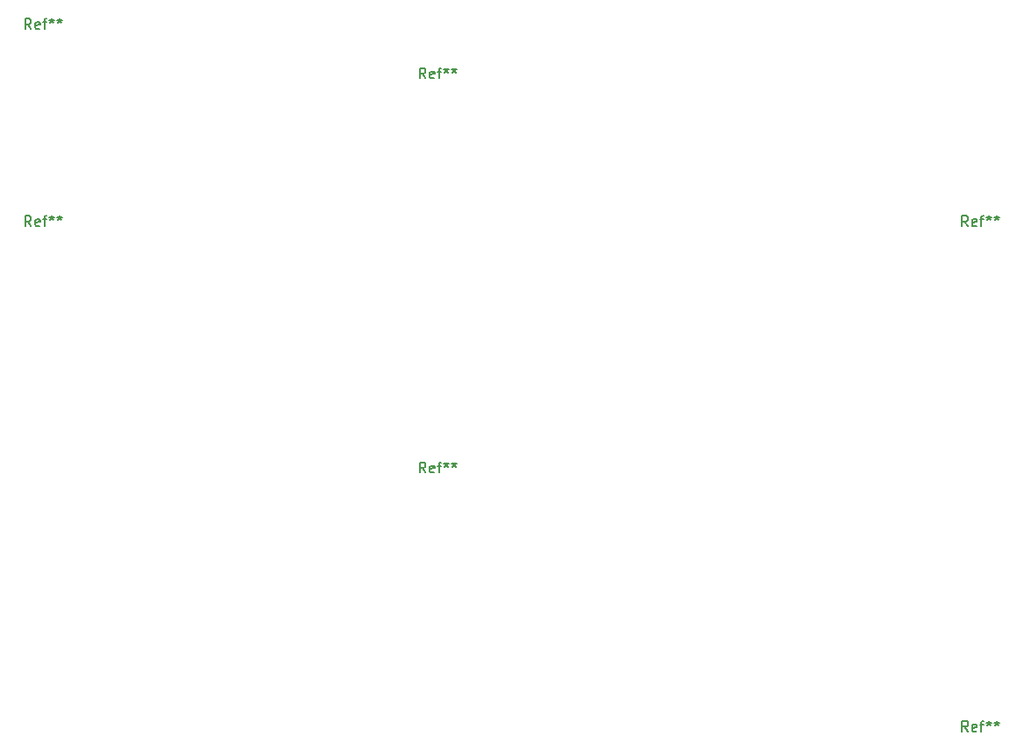
<source format=gto>
%TF.GenerationSoftware,KiCad,Pcbnew,(7.0.0)*%
%TF.CreationDate,2023-04-27T20:39:39+09:00*%
%TF.ProjectId,topplate_l,746f7070-6c61-4746-955f-6c2e6b696361,rev?*%
%TF.SameCoordinates,Original*%
%TF.FileFunction,Legend,Top*%
%TF.FilePolarity,Positive*%
%FSLAX46Y46*%
G04 Gerber Fmt 4.6, Leading zero omitted, Abs format (unit mm)*
G04 Created by KiCad (PCBNEW (7.0.0)) date 2023-04-27 20:39:39*
%MOMM*%
%LPD*%
G01*
G04 APERTURE LIST*
%ADD10C,0.150000*%
G04 APERTURE END LIST*
D10*
%TO.C,Ref\u002A\u002A*%
X75033332Y-46111130D02*
X74699999Y-45634940D01*
X74461904Y-46111130D02*
X74461904Y-45111130D01*
X74461904Y-45111130D02*
X74842856Y-45111130D01*
X74842856Y-45111130D02*
X74938094Y-45158750D01*
X74938094Y-45158750D02*
X74985713Y-45206369D01*
X74985713Y-45206369D02*
X75033332Y-45301607D01*
X75033332Y-45301607D02*
X75033332Y-45444464D01*
X75033332Y-45444464D02*
X74985713Y-45539702D01*
X74985713Y-45539702D02*
X74938094Y-45587321D01*
X74938094Y-45587321D02*
X74842856Y-45634940D01*
X74842856Y-45634940D02*
X74461904Y-45634940D01*
X75842856Y-46063511D02*
X75747618Y-46111130D01*
X75747618Y-46111130D02*
X75557142Y-46111130D01*
X75557142Y-46111130D02*
X75461904Y-46063511D01*
X75461904Y-46063511D02*
X75414285Y-45968273D01*
X75414285Y-45968273D02*
X75414285Y-45587321D01*
X75414285Y-45587321D02*
X75461904Y-45492083D01*
X75461904Y-45492083D02*
X75557142Y-45444464D01*
X75557142Y-45444464D02*
X75747618Y-45444464D01*
X75747618Y-45444464D02*
X75842856Y-45492083D01*
X75842856Y-45492083D02*
X75890475Y-45587321D01*
X75890475Y-45587321D02*
X75890475Y-45682559D01*
X75890475Y-45682559D02*
X75414285Y-45777797D01*
X76176190Y-45444464D02*
X76557142Y-45444464D01*
X76319047Y-46111130D02*
X76319047Y-45253988D01*
X76319047Y-45253988D02*
X76366666Y-45158750D01*
X76366666Y-45158750D02*
X76461904Y-45111130D01*
X76461904Y-45111130D02*
X76557142Y-45111130D01*
X77033333Y-45111130D02*
X77033333Y-45349226D01*
X76795238Y-45253988D02*
X77033333Y-45349226D01*
X77033333Y-45349226D02*
X77271428Y-45253988D01*
X76890476Y-45539702D02*
X77033333Y-45349226D01*
X77033333Y-45349226D02*
X77176190Y-45539702D01*
X77795238Y-45111130D02*
X77795238Y-45349226D01*
X77557143Y-45253988D02*
X77795238Y-45349226D01*
X77795238Y-45349226D02*
X78033333Y-45253988D01*
X77652381Y-45539702D02*
X77795238Y-45349226D01*
X77795238Y-45349226D02*
X77938095Y-45539702D01*
X127420832Y-60398630D02*
X127087499Y-59922440D01*
X126849404Y-60398630D02*
X126849404Y-59398630D01*
X126849404Y-59398630D02*
X127230356Y-59398630D01*
X127230356Y-59398630D02*
X127325594Y-59446250D01*
X127325594Y-59446250D02*
X127373213Y-59493869D01*
X127373213Y-59493869D02*
X127420832Y-59589107D01*
X127420832Y-59589107D02*
X127420832Y-59731964D01*
X127420832Y-59731964D02*
X127373213Y-59827202D01*
X127373213Y-59827202D02*
X127325594Y-59874821D01*
X127325594Y-59874821D02*
X127230356Y-59922440D01*
X127230356Y-59922440D02*
X126849404Y-59922440D01*
X128230356Y-60351011D02*
X128135118Y-60398630D01*
X128135118Y-60398630D02*
X127944642Y-60398630D01*
X127944642Y-60398630D02*
X127849404Y-60351011D01*
X127849404Y-60351011D02*
X127801785Y-60255773D01*
X127801785Y-60255773D02*
X127801785Y-59874821D01*
X127801785Y-59874821D02*
X127849404Y-59779583D01*
X127849404Y-59779583D02*
X127944642Y-59731964D01*
X127944642Y-59731964D02*
X128135118Y-59731964D01*
X128135118Y-59731964D02*
X128230356Y-59779583D01*
X128230356Y-59779583D02*
X128277975Y-59874821D01*
X128277975Y-59874821D02*
X128277975Y-59970059D01*
X128277975Y-59970059D02*
X127801785Y-60065297D01*
X128563690Y-59731964D02*
X128944642Y-59731964D01*
X128706547Y-60398630D02*
X128706547Y-59541488D01*
X128706547Y-59541488D02*
X128754166Y-59446250D01*
X128754166Y-59446250D02*
X128849404Y-59398630D01*
X128849404Y-59398630D02*
X128944642Y-59398630D01*
X129420833Y-59398630D02*
X129420833Y-59636726D01*
X129182738Y-59541488D02*
X129420833Y-59636726D01*
X129420833Y-59636726D02*
X129658928Y-59541488D01*
X129277976Y-59827202D02*
X129420833Y-59636726D01*
X129420833Y-59636726D02*
X129563690Y-59827202D01*
X130182738Y-59398630D02*
X130182738Y-59636726D01*
X129944643Y-59541488D02*
X130182738Y-59636726D01*
X130182738Y-59636726D02*
X130420833Y-59541488D01*
X130039881Y-59827202D02*
X130182738Y-59636726D01*
X130182738Y-59636726D02*
X130325595Y-59827202D01*
X36933332Y-60398630D02*
X36599999Y-59922440D01*
X36361904Y-60398630D02*
X36361904Y-59398630D01*
X36361904Y-59398630D02*
X36742856Y-59398630D01*
X36742856Y-59398630D02*
X36838094Y-59446250D01*
X36838094Y-59446250D02*
X36885713Y-59493869D01*
X36885713Y-59493869D02*
X36933332Y-59589107D01*
X36933332Y-59589107D02*
X36933332Y-59731964D01*
X36933332Y-59731964D02*
X36885713Y-59827202D01*
X36885713Y-59827202D02*
X36838094Y-59874821D01*
X36838094Y-59874821D02*
X36742856Y-59922440D01*
X36742856Y-59922440D02*
X36361904Y-59922440D01*
X37742856Y-60351011D02*
X37647618Y-60398630D01*
X37647618Y-60398630D02*
X37457142Y-60398630D01*
X37457142Y-60398630D02*
X37361904Y-60351011D01*
X37361904Y-60351011D02*
X37314285Y-60255773D01*
X37314285Y-60255773D02*
X37314285Y-59874821D01*
X37314285Y-59874821D02*
X37361904Y-59779583D01*
X37361904Y-59779583D02*
X37457142Y-59731964D01*
X37457142Y-59731964D02*
X37647618Y-59731964D01*
X37647618Y-59731964D02*
X37742856Y-59779583D01*
X37742856Y-59779583D02*
X37790475Y-59874821D01*
X37790475Y-59874821D02*
X37790475Y-59970059D01*
X37790475Y-59970059D02*
X37314285Y-60065297D01*
X38076190Y-59731964D02*
X38457142Y-59731964D01*
X38219047Y-60398630D02*
X38219047Y-59541488D01*
X38219047Y-59541488D02*
X38266666Y-59446250D01*
X38266666Y-59446250D02*
X38361904Y-59398630D01*
X38361904Y-59398630D02*
X38457142Y-59398630D01*
X38933333Y-59398630D02*
X38933333Y-59636726D01*
X38695238Y-59541488D02*
X38933333Y-59636726D01*
X38933333Y-59636726D02*
X39171428Y-59541488D01*
X38790476Y-59827202D02*
X38933333Y-59636726D01*
X38933333Y-59636726D02*
X39076190Y-59827202D01*
X39695238Y-59398630D02*
X39695238Y-59636726D01*
X39457143Y-59541488D02*
X39695238Y-59636726D01*
X39695238Y-59636726D02*
X39933333Y-59541488D01*
X39552381Y-59827202D02*
X39695238Y-59636726D01*
X39695238Y-59636726D02*
X39838095Y-59827202D01*
X36933332Y-41348630D02*
X36599999Y-40872440D01*
X36361904Y-41348630D02*
X36361904Y-40348630D01*
X36361904Y-40348630D02*
X36742856Y-40348630D01*
X36742856Y-40348630D02*
X36838094Y-40396250D01*
X36838094Y-40396250D02*
X36885713Y-40443869D01*
X36885713Y-40443869D02*
X36933332Y-40539107D01*
X36933332Y-40539107D02*
X36933332Y-40681964D01*
X36933332Y-40681964D02*
X36885713Y-40777202D01*
X36885713Y-40777202D02*
X36838094Y-40824821D01*
X36838094Y-40824821D02*
X36742856Y-40872440D01*
X36742856Y-40872440D02*
X36361904Y-40872440D01*
X37742856Y-41301011D02*
X37647618Y-41348630D01*
X37647618Y-41348630D02*
X37457142Y-41348630D01*
X37457142Y-41348630D02*
X37361904Y-41301011D01*
X37361904Y-41301011D02*
X37314285Y-41205773D01*
X37314285Y-41205773D02*
X37314285Y-40824821D01*
X37314285Y-40824821D02*
X37361904Y-40729583D01*
X37361904Y-40729583D02*
X37457142Y-40681964D01*
X37457142Y-40681964D02*
X37647618Y-40681964D01*
X37647618Y-40681964D02*
X37742856Y-40729583D01*
X37742856Y-40729583D02*
X37790475Y-40824821D01*
X37790475Y-40824821D02*
X37790475Y-40920059D01*
X37790475Y-40920059D02*
X37314285Y-41015297D01*
X38076190Y-40681964D02*
X38457142Y-40681964D01*
X38219047Y-41348630D02*
X38219047Y-40491488D01*
X38219047Y-40491488D02*
X38266666Y-40396250D01*
X38266666Y-40396250D02*
X38361904Y-40348630D01*
X38361904Y-40348630D02*
X38457142Y-40348630D01*
X38933333Y-40348630D02*
X38933333Y-40586726D01*
X38695238Y-40491488D02*
X38933333Y-40586726D01*
X38933333Y-40586726D02*
X39171428Y-40491488D01*
X38790476Y-40777202D02*
X38933333Y-40586726D01*
X38933333Y-40586726D02*
X39076190Y-40777202D01*
X39695238Y-40348630D02*
X39695238Y-40586726D01*
X39457143Y-40491488D02*
X39695238Y-40586726D01*
X39695238Y-40586726D02*
X39933333Y-40491488D01*
X39552381Y-40777202D02*
X39695238Y-40586726D01*
X39695238Y-40586726D02*
X39838095Y-40777202D01*
X127420832Y-109214255D02*
X127087499Y-108738065D01*
X126849404Y-109214255D02*
X126849404Y-108214255D01*
X126849404Y-108214255D02*
X127230356Y-108214255D01*
X127230356Y-108214255D02*
X127325594Y-108261875D01*
X127325594Y-108261875D02*
X127373213Y-108309494D01*
X127373213Y-108309494D02*
X127420832Y-108404732D01*
X127420832Y-108404732D02*
X127420832Y-108547589D01*
X127420832Y-108547589D02*
X127373213Y-108642827D01*
X127373213Y-108642827D02*
X127325594Y-108690446D01*
X127325594Y-108690446D02*
X127230356Y-108738065D01*
X127230356Y-108738065D02*
X126849404Y-108738065D01*
X128230356Y-109166636D02*
X128135118Y-109214255D01*
X128135118Y-109214255D02*
X127944642Y-109214255D01*
X127944642Y-109214255D02*
X127849404Y-109166636D01*
X127849404Y-109166636D02*
X127801785Y-109071398D01*
X127801785Y-109071398D02*
X127801785Y-108690446D01*
X127801785Y-108690446D02*
X127849404Y-108595208D01*
X127849404Y-108595208D02*
X127944642Y-108547589D01*
X127944642Y-108547589D02*
X128135118Y-108547589D01*
X128135118Y-108547589D02*
X128230356Y-108595208D01*
X128230356Y-108595208D02*
X128277975Y-108690446D01*
X128277975Y-108690446D02*
X128277975Y-108785684D01*
X128277975Y-108785684D02*
X127801785Y-108880922D01*
X128563690Y-108547589D02*
X128944642Y-108547589D01*
X128706547Y-109214255D02*
X128706547Y-108357113D01*
X128706547Y-108357113D02*
X128754166Y-108261875D01*
X128754166Y-108261875D02*
X128849404Y-108214255D01*
X128849404Y-108214255D02*
X128944642Y-108214255D01*
X129420833Y-108214255D02*
X129420833Y-108452351D01*
X129182738Y-108357113D02*
X129420833Y-108452351D01*
X129420833Y-108452351D02*
X129658928Y-108357113D01*
X129277976Y-108642827D02*
X129420833Y-108452351D01*
X129420833Y-108452351D02*
X129563690Y-108642827D01*
X130182738Y-108214255D02*
X130182738Y-108452351D01*
X129944643Y-108357113D02*
X130182738Y-108452351D01*
X130182738Y-108452351D02*
X130420833Y-108357113D01*
X130039881Y-108642827D02*
X130182738Y-108452351D01*
X130182738Y-108452351D02*
X130325595Y-108642827D01*
X75033332Y-84211130D02*
X74699999Y-83734940D01*
X74461904Y-84211130D02*
X74461904Y-83211130D01*
X74461904Y-83211130D02*
X74842856Y-83211130D01*
X74842856Y-83211130D02*
X74938094Y-83258750D01*
X74938094Y-83258750D02*
X74985713Y-83306369D01*
X74985713Y-83306369D02*
X75033332Y-83401607D01*
X75033332Y-83401607D02*
X75033332Y-83544464D01*
X75033332Y-83544464D02*
X74985713Y-83639702D01*
X74985713Y-83639702D02*
X74938094Y-83687321D01*
X74938094Y-83687321D02*
X74842856Y-83734940D01*
X74842856Y-83734940D02*
X74461904Y-83734940D01*
X75842856Y-84163511D02*
X75747618Y-84211130D01*
X75747618Y-84211130D02*
X75557142Y-84211130D01*
X75557142Y-84211130D02*
X75461904Y-84163511D01*
X75461904Y-84163511D02*
X75414285Y-84068273D01*
X75414285Y-84068273D02*
X75414285Y-83687321D01*
X75414285Y-83687321D02*
X75461904Y-83592083D01*
X75461904Y-83592083D02*
X75557142Y-83544464D01*
X75557142Y-83544464D02*
X75747618Y-83544464D01*
X75747618Y-83544464D02*
X75842856Y-83592083D01*
X75842856Y-83592083D02*
X75890475Y-83687321D01*
X75890475Y-83687321D02*
X75890475Y-83782559D01*
X75890475Y-83782559D02*
X75414285Y-83877797D01*
X76176190Y-83544464D02*
X76557142Y-83544464D01*
X76319047Y-84211130D02*
X76319047Y-83353988D01*
X76319047Y-83353988D02*
X76366666Y-83258750D01*
X76366666Y-83258750D02*
X76461904Y-83211130D01*
X76461904Y-83211130D02*
X76557142Y-83211130D01*
X77033333Y-83211130D02*
X77033333Y-83449226D01*
X76795238Y-83353988D02*
X77033333Y-83449226D01*
X77033333Y-83449226D02*
X77271428Y-83353988D01*
X76890476Y-83639702D02*
X77033333Y-83449226D01*
X77033333Y-83449226D02*
X77176190Y-83639702D01*
X77795238Y-83211130D02*
X77795238Y-83449226D01*
X77557143Y-83353988D02*
X77795238Y-83449226D01*
X77795238Y-83449226D02*
X78033333Y-83353988D01*
X77652381Y-83639702D02*
X77795238Y-83449226D01*
X77795238Y-83449226D02*
X77938095Y-83639702D01*
%TD*%
M02*

</source>
